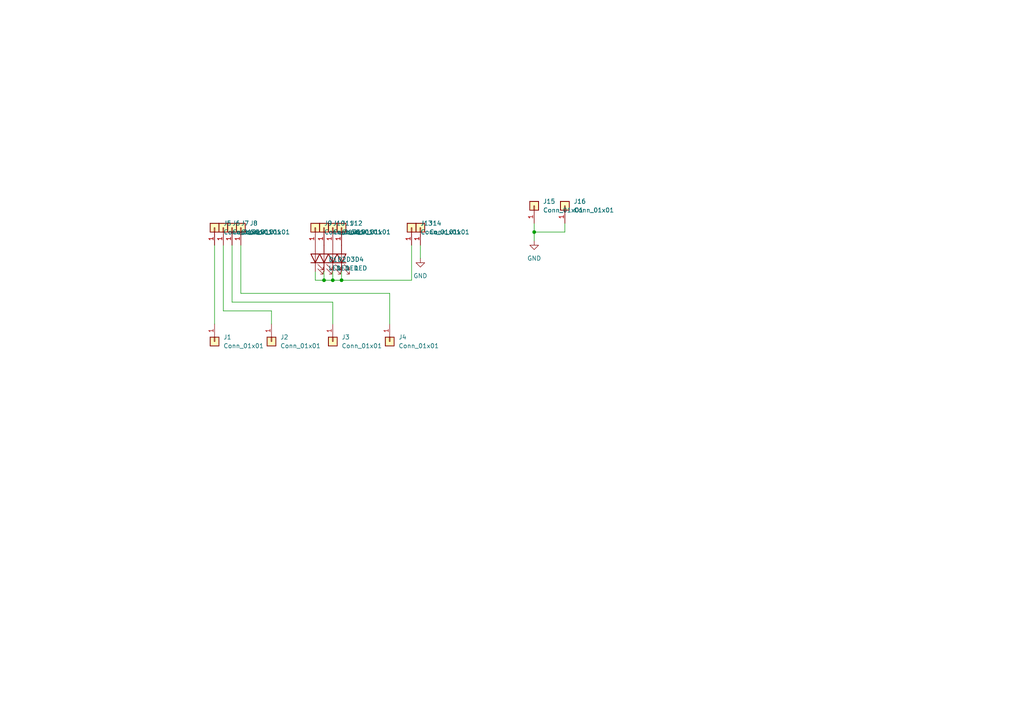
<source format=kicad_sch>
(kicad_sch (version 20231120) (generator "eeschema") (generator_version "8.0")
  (paper "A4")
  (lib_symbols
    (symbol "Connector_Generic:Conn_01x01" (pin_names (offset 1.016) hide)
      (property "Reference" "J" (at 0 2.54 0))
      (property "Value" "Conn_01x01" (at 0 -2.54 0))
      (symbol "Conn_01x01_1_1"
        (rectangle (start -1.27 0.127) (end 0 -0.127) (stroke (width 0.1524)))
        (rectangle (start -1.27 1.27) (end 1.27 -1.27) (stroke (width 0.254)) (fill (type background)))
        (pin passive line (at -5.08 0 0) (length 3.81) (name "Pin_1") (number "1"))
      )
    )
    (symbol "Device:LED" (pin_numbers hide) (pin_names (offset 1.016) hide)
      (property "Reference" "D" (at 0 2.54 0))
      (property "Value" "LED" (at 0 -2.54 0))
      (symbol "LED_0_1"
        (polyline (pts (xy -1.27 -1.27) (xy -1.27 1.27)) (stroke (width 0.254)))
        (polyline (pts (xy -1.27 0) (xy 1.27 0)))
        (polyline (pts (xy 1.27 -1.27) (xy 1.27 1.27) (xy -1.27 0) (xy 1.27 -1.27)) (stroke (width 0.254)))
        (polyline (pts (xy -3.048 -0.762) (xy -4.572 -2.286) (xy -3.81 -2.286) (xy -4.572 -2.286) (xy -4.572 -1.524)))
        (polyline (pts (xy -1.778 -0.762) (xy -3.302 -2.286) (xy -2.54 -2.286) (xy -3.302 -2.286) (xy -3.302 -1.524)))
      )
      (symbol "LED_1_1"
        (pin passive line (at -3.81 0 0) (length 2.54) (name "K") (number "1"))
        (pin passive line (at 3.81 0 180) (length 2.54) (name "A") (number "2"))
      )
    )
    (symbol "power:GND" (power) (pin_numbers hide) (pin_names (offset 0) hide)
      (property "Value" "GND" (at 0 -3.81 0))
      (symbol "GND_0_1"
        (polyline (pts (xy 0 0) (xy 0 -1.27) (xy 1.27 -1.27) (xy 0 -2.54) (xy -1.27 -1.27) (xy 0 -1.27)))
      )
      (symbol "GND_1_1"
        (pin power_in line (at 0 0 270) (length 0) (name "~") (number "1"))
      )
    )
  )
  (junction (at 93.98 81.28))
  (junction (at 154.94 67.31))
  (junction (at 99.06 81.28))
  (junction (at 96.52 81.28))
  (wire (pts (xy 91.44 81.28) (xy 93.98 81.28)))
  (wire (pts (xy 99.06 78.74) (xy 99.06 81.28)))
  (wire (pts (xy 163.83 64.77) (xy 163.83 67.31)))
  (wire (pts (xy 64.77 90.17) (xy 78.74 90.17)))
  (wire (pts (xy 96.52 78.74) (xy 96.52 81.28)))
  (wire (pts (xy 121.92 71.12) (xy 121.92 74.93)))
  (wire (pts (xy 78.74 90.17) (xy 78.74 93.98)))
  (wire (pts (xy 91.44 78.74) (xy 91.44 81.28)))
  (wire (pts (xy 163.83 67.31) (xy 154.94 67.31)))
  (wire (pts (xy 96.52 81.28) (xy 93.98 81.28)))
  (wire (pts (xy 99.06 81.28) (xy 96.52 81.28)))
  (wire (pts (xy 93.98 78.74) (xy 93.98 81.28)))
  (wire (pts (xy 154.94 64.77) (xy 154.94 67.31)))
  (wire (pts (xy 154.94 67.31) (xy 154.94 69.85)))
  (wire (pts (xy 113.03 85.09) (xy 113.03 93.98)))
  (wire (pts (xy 67.31 71.12) (xy 67.31 87.63)))
  (wire (pts (xy 119.38 81.28) (xy 99.06 81.28)))
  (wire (pts (xy 69.85 71.12) (xy 69.85 85.09)))
  (wire (pts (xy 62.23 71.12) (xy 62.23 93.98)))
  (wire (pts (xy 96.52 87.63) (xy 96.52 93.98)))
  (wire (pts (xy 67.31 87.63) (xy 96.52 87.63)))
  (wire (pts (xy 69.85 85.09) (xy 113.03 85.09)))
  (wire (pts (xy 64.77 71.12) (xy 64.77 90.17)))
  (wire (pts (xy 119.38 71.12) (xy 119.38 81.28)))
  (symbol (lib_id "Connector_Generic:Conn_01x01") (at 91.44 66.04 90) (unit 1)
    (property "Reference" "J9" (at 93.98 64.7699 90) (effects (justify right)))
    (property "Value" "Conn_01x01" (at 93.98 67.3099 90) (effects (justify right)))
    (property "Footprint" "Connector_Wire:SolderWirePad_1x01_SMD_1x2mm" (effects (hide yes)))
    (property "Description" "Generic connector, single row, 01x01, script generated (kicad-library-utils/schlib/autogen/connector/)" (effects (hide yes)))
  )
  (symbol (lib_id "Connector_Generic:Conn_01x01") (at 154.94 59.69 90) (unit 1)
    (property "Reference" "J15" (at 157.48 58.4199 90) (effects (justify right)))
    (property "Value" "Conn_01x01" (at 157.48 60.9599 90) (effects (justify right)))
    (property "Footprint" "MountingHole:MountingHole_2.2mm_M2_DIN965_Pad" (effects (hide yes)))
    (property "Description" "Generic connector, single row, 01x01, script generated (kicad-library-utils/schlib/autogen/connector/)" (effects (hide yes)))
  )
  (symbol (lib_id "Connector_Generic:Conn_01x01") (at 121.92 66.04 90) (unit 1)
    (property "Reference" "J14" (at 124.46 64.7699 90) (effects (justify right)))
    (property "Value" "Conn_01x01" (at 124.46 67.3099 90) (effects (justify right)))
    (property "Footprint" "Connector_Wire:SolderWirePad_1x01_SMD_1x2mm" (effects (hide yes)))
    (property "Description" "Generic connector, single row, 01x01, script generated (kicad-library-utils/schlib/autogen/connector/)" (effects (hide yes)))
  )
  (symbol (lib_id "Connector_Generic:Conn_01x01") (at 67.31 66.04 90) (unit 1)
    (property "Reference" "J7" (at 69.85 64.7699 90) (effects (justify right)))
    (property "Value" "Conn_01x01" (at 69.85 67.3099 90) (effects (justify right)))
    (property "Footprint" "Connector_Wire:SolderWirePad_1x01_SMD_1x2mm" (effects (hide yes)))
    (property "Description" "Generic connector, single row, 01x01, script generated (kicad-library-utils/schlib/autogen/connector/)" (effects (hide yes)))
  )
  (symbol (lib_id "Connector_Generic:Conn_01x01") (at 93.98 66.04 90) (unit 1)
    (property "Reference" "J10" (at 96.52 64.7699 90) (effects (justify right)))
    (property "Value" "Conn_01x01" (at 96.52 67.3099 90) (effects (justify right)))
    (property "Footprint" "Connector_Wire:SolderWirePad_1x01_SMD_1x2mm" (effects (hide yes)))
    (property "Description" "Generic connector, single row, 01x01, script generated (kicad-library-utils/schlib/autogen/connector/)" (effects (hide yes)))
  )
  (symbol (lib_id "power:GND") (at 154.94 69.85 0) (unit 1)
    (property "Reference" "#PWR02" (effects (hide yes)))
    (property "Value" "GND" (at 154.94 74.93 0))
    (property "Description" "Power symbol creates a global label with name \"GND\" , ground" (effects (hide yes)))
  )
  (symbol (lib_id "Device:LED") (at 93.98 74.93 90) (unit 1)
    (property "Reference" "D2" (at 97.79 75.2474 90) (effects (justify right)))
    (property "Value" "LED" (at 97.79 77.7874 90) (effects (justify right)))
    (property "Footprint" "LED_0602:LED_QBLP617-IW" (effects (hide yes)))
    (property "Description" "Light emitting diode" (effects (hide yes)))
  )
  (symbol (lib_id "Connector_Generic:Conn_01x01") (at 78.74 99.06 270) (unit 1)
    (property "Reference" "J2" (at 81.28 97.7899 90) (effects (justify left)))
    (property "Value" "Conn_01x01" (at 81.28 100.3299 90) (effects (justify left)))
    (property "Footprint" "TestPoint:TestPoint_Pad_D4.0mm" (effects (hide yes)))
    (property "Description" "Generic connector, single row, 01x01, script generated (kicad-library-utils/schlib/autogen/connector/)" (effects (hide yes)))
  )
  (symbol (lib_id "Connector_Generic:Conn_01x01") (at 96.52 99.06 270) (unit 1)
    (property "Reference" "J3" (at 99.06 97.7899 90) (effects (justify left)))
    (property "Value" "Conn_01x01" (at 99.06 100.3299 90) (effects (justify left)))
    (property "Footprint" "TestPoint:TestPoint_Pad_D4.0mm" (effects (hide yes)))
    (property "Description" "Generic connector, single row, 01x01, script generated (kicad-library-utils/schlib/autogen/connector/)" (effects (hide yes)))
  )
  (symbol (lib_id "power:GND") (at 121.92 74.93 0) (unit 1)
    (property "Reference" "#PWR01" (effects (hide yes)))
    (property "Value" "GND" (at 121.92 80.01 0))
    (property "Description" "Power symbol creates a global label with name \"GND\" , ground" (effects (hide yes)))
  )
  (symbol (lib_id "Connector_Generic:Conn_01x01") (at 62.23 66.04 90) (unit 1)
    (property "Reference" "J5" (at 64.77 64.7699 90) (effects (justify right)))
    (property "Value" "Conn_01x01" (at 64.77 67.3099 90) (effects (justify right)))
    (property "Footprint" "Connector_Wire:SolderWirePad_1x01_SMD_1x2mm" (effects (hide yes)))
    (property "Description" "Generic connector, single row, 01x01, script generated (kicad-library-utils/schlib/autogen/connector/)" (effects (hide yes)))
  )
  (symbol (lib_id "Connector_Generic:Conn_01x01") (at 119.38 66.04 90) (unit 1)
    (property "Reference" "J13" (at 121.92 64.7699 90) (effects (justify right)))
    (property "Value" "Conn_01x01" (at 121.92 67.3099 90) (effects (justify right)))
    (property "Footprint" "Connector_Wire:SolderWirePad_1x01_SMD_1x2mm" (effects (hide yes)))
    (property "Description" "Generic connector, single row, 01x01, script generated (kicad-library-utils/schlib/autogen/connector/)" (effects (hide yes)))
  )
  (symbol (lib_id "Device:LED") (at 99.06 74.93 90) (unit 1)
    (property "Reference" "D4" (at 102.87 75.2474 90) (effects (justify right)))
    (property "Value" "LED" (at 102.87 77.7874 90) (effects (justify right)))
    (property "Footprint" "LED_0602:LED_QBLP617-IW" (effects (hide yes)))
    (property "Description" "Light emitting diode" (effects (hide yes)))
  )
  (symbol (lib_id "Connector_Generic:Conn_01x01") (at 113.03 99.06 270) (unit 1)
    (property "Reference" "J4" (at 115.57 97.7899 90) (effects (justify left)))
    (property "Value" "Conn_01x01" (at 115.57 100.3299 90) (effects (justify left)))
    (property "Footprint" "TestPoint:TestPoint_Pad_D4.0mm" (effects (hide yes)))
    (property "Description" "Generic connector, single row, 01x01, script generated (kicad-library-utils/schlib/autogen/connector/)" (effects (hide yes)))
  )
  (symbol (lib_id "Connector_Generic:Conn_01x01") (at 96.52 66.04 90) (unit 1)
    (property "Reference" "J11" (at 99.06 64.7699 90) (effects (justify right)))
    (property "Value" "Conn_01x01" (at 99.06 67.3099 90) (effects (justify right)))
    (property "Footprint" "Connector_Wire:SolderWirePad_1x01_SMD_1x2mm" (effects (hide yes)))
    (property "Description" "Generic connector, single row, 01x01, script generated (kicad-library-utils/schlib/autogen/connector/)" (effects (hide yes)))
  )
  (symbol (lib_id "Device:LED") (at 96.52 74.93 90) (unit 1)
    (property "Reference" "D3" (at 100.33 75.2474 90) (effects (justify right)))
    (property "Value" "LED" (at 100.33 77.7874 90) (effects (justify right)))
    (property "Footprint" "LED_0602:LED_QBLP617-IW" (effects (hide yes)))
    (property "Description" "Light emitting diode" (effects (hide yes)))
  )
  (symbol (lib_id "Connector_Generic:Conn_01x01") (at 62.23 99.06 270) (unit 1)
    (property "Reference" "J1" (at 64.77 97.7899 90) (effects (justify left)))
    (property "Value" "Conn_01x01" (at 64.77 100.3299 90) (effects (justify left)))
    (property "Footprint" "TestPoint:TestPoint_Pad_D4.0mm" (effects (hide yes)))
    (property "Description" "Generic connector, single row, 01x01, script generated (kicad-library-utils/schlib/autogen/connector/)" (effects (hide yes)))
  )
  (symbol (lib_id "Connector_Generic:Conn_01x01") (at 64.77 66.04 90) (unit 1)
    (property "Reference" "J6" (at 67.31 64.7699 90) (effects (justify right)))
    (property "Value" "Conn_01x01" (at 67.31 67.3099 90) (effects (justify right)))
    (property "Footprint" "Connector_Wire:SolderWirePad_1x01_SMD_1x2mm" (effects (hide yes)))
    (property "Description" "Generic connector, single row, 01x01, script generated (kicad-library-utils/schlib/autogen/connector/)" (effects (hide yes)))
  )
  (symbol (lib_id "Connector_Generic:Conn_01x01") (at 99.06 66.04 90) (unit 1)
    (property "Reference" "J12" (at 101.6 64.7699 90) (effects (justify right)))
    (property "Value" "Conn_01x01" (at 101.6 67.3099 90) (effects (justify right)))
    (property "Footprint" "Connector_Wire:SolderWirePad_1x01_SMD_1x2mm" (effects (hide yes)))
    (property "Description" "Generic connector, single row, 01x01, script generated (kicad-library-utils/schlib/autogen/connector/)" (effects (hide yes)))
  )
  (symbol (lib_id "Connector_Generic:Conn_01x01") (at 163.83 59.69 90) (unit 1)
    (property "Reference" "J16" (at 166.37 58.4199 90) (effects (justify right)))
    (property "Value" "Conn_01x01" (at 166.37 60.9599 90) (effects (justify right)))
    (property "Footprint" "MountingHole:MountingHole_2.2mm_M2_DIN965_Pad" (effects (hide yes)))
    (property "Description" "Generic connector, single row, 01x01, script generated (kicad-library-utils/schlib/autogen/connector/)" (effects (hide yes)))
  )
  (symbol (lib_id "Connector_Generic:Conn_01x01") (at 69.85 66.04 90) (unit 1)
    (property "Reference" "J8" (at 72.39 64.7699 90) (effects (justify right)))
    (property "Value" "Conn_01x01" (at 72.39 67.3099 90) (effects (justify right)))
    (property "Footprint" "Connector_Wire:SolderWirePad_1x01_SMD_1x2mm" (effects (hide yes)))
    (property "Description" "Generic connector, single row, 01x01, script generated (kicad-library-utils/schlib/autogen/connector/)" (effects (hide yes)))
  )
  (symbol (lib_id "Device:LED") (at 91.44 74.93 90) (unit 1)
    (property "Reference" "D1" (at 95.25 75.2474 90) (effects (justify right)))
    (property "Value" "LED" (at 95.25 77.7874 90) (effects (justify right)))
    (property "Footprint" "LED_0602:LED_QBLP617-IW" (effects (hide yes)))
    (property "Description" "Light emitting diode" (effects (hide yes)))
  )
)
</source>
